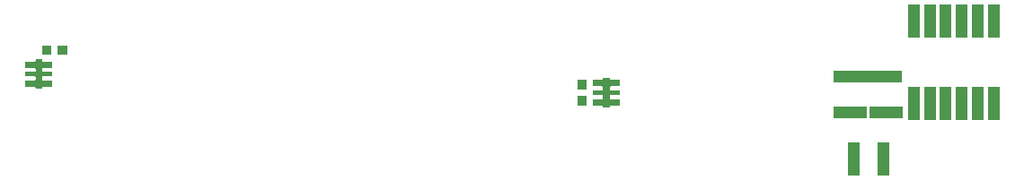
<source format=gbr>
G04 #@! TF.GenerationSoftware,KiCad,Pcbnew,(5.1.5)-3*
G04 #@! TF.CreationDate,2021-01-22T23:29:58-05:00*
G04 #@! TF.ProjectId,Body,426f6479-2e6b-4696-9361-645f70636258,rev?*
G04 #@! TF.SameCoordinates,Original*
G04 #@! TF.FileFunction,Soldermask,Top*
G04 #@! TF.FilePolarity,Negative*
%FSLAX46Y46*%
G04 Gerber Fmt 4.6, Leading zero omitted, Abs format (unit mm)*
G04 Created by KiCad (PCBNEW (5.1.5)-3) date 2021-01-22 23:29:58*
%MOMM*%
%LPD*%
G04 APERTURE LIST*
%ADD10C,0.100000*%
G04 APERTURE END LIST*
D10*
G36*
X152851000Y-103151000D02*
G01*
X151749000Y-103151000D01*
X151749000Y-100049000D01*
X152851000Y-100049000D01*
X152851000Y-103151000D01*
G37*
G36*
X150051000Y-103151000D02*
G01*
X148949000Y-103151000D01*
X148949000Y-100049000D01*
X150051000Y-100049000D01*
X150051000Y-103151000D01*
G37*
G36*
X161751000Y-97901000D02*
G01*
X160649000Y-97901000D01*
X160649000Y-94799000D01*
X161751000Y-94799000D01*
X161751000Y-97901000D01*
G37*
G36*
X163251000Y-97901000D02*
G01*
X162149000Y-97901000D01*
X162149000Y-94799000D01*
X163251000Y-94799000D01*
X163251000Y-97901000D01*
G37*
G36*
X158751000Y-97901000D02*
G01*
X157649000Y-97901000D01*
X157649000Y-94799000D01*
X158751000Y-94799000D01*
X158751000Y-97901000D01*
G37*
G36*
X160251000Y-97901000D02*
G01*
X159149000Y-97901000D01*
X159149000Y-94799000D01*
X160251000Y-94799000D01*
X160251000Y-97901000D01*
G37*
G36*
X157251000Y-97901000D02*
G01*
X156149000Y-97901000D01*
X156149000Y-94799000D01*
X157251000Y-94799000D01*
X157251000Y-97901000D01*
G37*
G36*
X155751000Y-97901000D02*
G01*
X154649000Y-97901000D01*
X154649000Y-94799000D01*
X155751000Y-94799000D01*
X155751000Y-97901000D01*
G37*
G36*
X150751000Y-97801000D02*
G01*
X147649000Y-97801000D01*
X147649000Y-96699000D01*
X150751000Y-96699000D01*
X150751000Y-97801000D01*
G37*
G36*
X154151000Y-97801000D02*
G01*
X151049000Y-97801000D01*
X151049000Y-96699000D01*
X154151000Y-96699000D01*
X154151000Y-97801000D01*
G37*
G36*
X126501000Y-94024001D02*
G01*
X126503402Y-94048387D01*
X126510515Y-94071836D01*
X126522066Y-94093447D01*
X126537611Y-94112389D01*
X126556553Y-94127934D01*
X126578164Y-94139485D01*
X126601613Y-94146598D01*
X126625999Y-94149000D01*
X127501000Y-94149000D01*
X127501000Y-94751000D01*
X126625999Y-94751000D01*
X126601613Y-94753402D01*
X126578164Y-94760515D01*
X126556553Y-94772066D01*
X126537611Y-94787611D01*
X126522066Y-94806553D01*
X126510515Y-94828164D01*
X126503402Y-94851613D01*
X126501000Y-94875999D01*
X126501000Y-95024001D01*
X126503402Y-95048387D01*
X126510515Y-95071836D01*
X126522066Y-95093447D01*
X126537611Y-95112389D01*
X126556553Y-95127934D01*
X126578164Y-95139485D01*
X126601613Y-95146598D01*
X126625999Y-95149000D01*
X127501000Y-95149000D01*
X127501000Y-95551000D01*
X126625999Y-95551000D01*
X126601613Y-95553402D01*
X126578164Y-95560515D01*
X126556553Y-95572066D01*
X126537611Y-95587611D01*
X126522066Y-95606553D01*
X126510515Y-95628164D01*
X126503402Y-95651613D01*
X126501000Y-95675999D01*
X126501000Y-95824001D01*
X126503402Y-95848387D01*
X126510515Y-95871836D01*
X126522066Y-95893447D01*
X126537611Y-95912389D01*
X126556553Y-95927934D01*
X126578164Y-95939485D01*
X126601613Y-95946598D01*
X126625999Y-95949000D01*
X127501000Y-95949000D01*
X127501000Y-96551000D01*
X126625999Y-96551000D01*
X126601613Y-96553402D01*
X126578164Y-96560515D01*
X126556553Y-96572066D01*
X126537611Y-96587611D01*
X126522066Y-96606553D01*
X126510515Y-96628164D01*
X126503402Y-96651613D01*
X126501000Y-96675999D01*
X126501000Y-96731000D01*
X125899000Y-96731000D01*
X125899000Y-96675999D01*
X125896598Y-96651613D01*
X125889485Y-96628164D01*
X125877934Y-96606553D01*
X125862389Y-96587611D01*
X125843447Y-96572066D01*
X125821836Y-96560515D01*
X125798387Y-96553402D01*
X125774001Y-96551000D01*
X124899000Y-96551000D01*
X124899000Y-95949000D01*
X125774001Y-95949000D01*
X125798387Y-95946598D01*
X125821836Y-95939485D01*
X125843447Y-95927934D01*
X125862389Y-95912389D01*
X125877934Y-95893447D01*
X125889485Y-95871836D01*
X125896598Y-95848387D01*
X125899000Y-95824001D01*
X125899000Y-95675999D01*
X125896598Y-95651613D01*
X125889485Y-95628164D01*
X125877934Y-95606553D01*
X125862389Y-95587611D01*
X125843447Y-95572066D01*
X125821836Y-95560515D01*
X125798387Y-95553402D01*
X125774001Y-95551000D01*
X124899000Y-95551000D01*
X124899000Y-95149000D01*
X125774001Y-95149000D01*
X125798387Y-95146598D01*
X125821836Y-95139485D01*
X125843447Y-95127934D01*
X125862389Y-95112389D01*
X125877934Y-95093447D01*
X125889485Y-95071836D01*
X125896598Y-95048387D01*
X125899000Y-95024001D01*
X125899000Y-94875999D01*
X125896598Y-94851613D01*
X125889485Y-94828164D01*
X125877934Y-94806553D01*
X125862389Y-94787611D01*
X125843447Y-94772066D01*
X125821836Y-94760515D01*
X125798387Y-94753402D01*
X125774001Y-94751000D01*
X124899000Y-94751000D01*
X124899000Y-94149000D01*
X125774001Y-94149000D01*
X125798387Y-94146598D01*
X125821836Y-94139485D01*
X125843447Y-94127934D01*
X125862389Y-94112389D01*
X125877934Y-94093447D01*
X125889485Y-94071836D01*
X125896598Y-94048387D01*
X125899000Y-94024001D01*
X125899000Y-93969000D01*
X126501000Y-93969000D01*
X126501000Y-94024001D01*
G37*
G36*
X124376000Y-96551000D02*
G01*
X123524000Y-96551000D01*
X123524000Y-95649000D01*
X124376000Y-95649000D01*
X124376000Y-96551000D01*
G37*
G36*
X124376000Y-95051000D02*
G01*
X123524000Y-95051000D01*
X123524000Y-94149000D01*
X124376000Y-94149000D01*
X124376000Y-95051000D01*
G37*
G36*
X73001000Y-92274001D02*
G01*
X73003402Y-92298387D01*
X73010515Y-92321836D01*
X73022066Y-92343447D01*
X73037611Y-92362389D01*
X73056553Y-92377934D01*
X73078164Y-92389485D01*
X73101613Y-92396598D01*
X73125999Y-92399000D01*
X74001000Y-92399000D01*
X74001000Y-93001000D01*
X73125999Y-93001000D01*
X73101613Y-93003402D01*
X73078164Y-93010515D01*
X73056553Y-93022066D01*
X73037611Y-93037611D01*
X73022066Y-93056553D01*
X73010515Y-93078164D01*
X73003402Y-93101613D01*
X73001000Y-93125999D01*
X73001000Y-93274001D01*
X73003402Y-93298387D01*
X73010515Y-93321836D01*
X73022066Y-93343447D01*
X73037611Y-93362389D01*
X73056553Y-93377934D01*
X73078164Y-93389485D01*
X73101613Y-93396598D01*
X73125999Y-93399000D01*
X74001000Y-93399000D01*
X74001000Y-93801000D01*
X73125999Y-93801000D01*
X73101613Y-93803402D01*
X73078164Y-93810515D01*
X73056553Y-93822066D01*
X73037611Y-93837611D01*
X73022066Y-93856553D01*
X73010515Y-93878164D01*
X73003402Y-93901613D01*
X73001000Y-93925999D01*
X73001000Y-94074001D01*
X73003402Y-94098387D01*
X73010515Y-94121836D01*
X73022066Y-94143447D01*
X73037611Y-94162389D01*
X73056553Y-94177934D01*
X73078164Y-94189485D01*
X73101613Y-94196598D01*
X73125999Y-94199000D01*
X74001000Y-94199000D01*
X74001000Y-94801000D01*
X73125999Y-94801000D01*
X73101613Y-94803402D01*
X73078164Y-94810515D01*
X73056553Y-94822066D01*
X73037611Y-94837611D01*
X73022066Y-94856553D01*
X73010515Y-94878164D01*
X73003402Y-94901613D01*
X73001000Y-94925999D01*
X73001000Y-94981000D01*
X72399000Y-94981000D01*
X72399000Y-94925999D01*
X72396598Y-94901613D01*
X72389485Y-94878164D01*
X72377934Y-94856553D01*
X72362389Y-94837611D01*
X72343447Y-94822066D01*
X72321836Y-94810515D01*
X72298387Y-94803402D01*
X72274001Y-94801000D01*
X71399000Y-94801000D01*
X71399000Y-94199000D01*
X72274001Y-94199000D01*
X72298387Y-94196598D01*
X72321836Y-94189485D01*
X72343447Y-94177934D01*
X72362389Y-94162389D01*
X72377934Y-94143447D01*
X72389485Y-94121836D01*
X72396598Y-94098387D01*
X72399000Y-94074001D01*
X72399000Y-93925999D01*
X72396598Y-93901613D01*
X72389485Y-93878164D01*
X72377934Y-93856553D01*
X72362389Y-93837611D01*
X72343447Y-93822066D01*
X72321836Y-93810515D01*
X72298387Y-93803402D01*
X72274001Y-93801000D01*
X71399000Y-93801000D01*
X71399000Y-93399000D01*
X72274001Y-93399000D01*
X72298387Y-93396598D01*
X72321836Y-93389485D01*
X72343447Y-93377934D01*
X72362389Y-93362389D01*
X72377934Y-93343447D01*
X72389485Y-93321836D01*
X72396598Y-93298387D01*
X72399000Y-93274001D01*
X72399000Y-93125999D01*
X72396598Y-93101613D01*
X72389485Y-93078164D01*
X72377934Y-93056553D01*
X72362389Y-93037611D01*
X72343447Y-93022066D01*
X72321836Y-93010515D01*
X72298387Y-93003402D01*
X72274001Y-93001000D01*
X71399000Y-93001000D01*
X71399000Y-92399000D01*
X72274001Y-92399000D01*
X72298387Y-92396598D01*
X72321836Y-92389485D01*
X72343447Y-92377934D01*
X72362389Y-92362389D01*
X72377934Y-92343447D01*
X72389485Y-92321836D01*
X72396598Y-92298387D01*
X72399000Y-92274001D01*
X72399000Y-92219000D01*
X73001000Y-92219000D01*
X73001000Y-92274001D01*
G37*
G36*
X154051000Y-94351000D02*
G01*
X147649000Y-94351000D01*
X147649000Y-93249000D01*
X154051000Y-93249000D01*
X154051000Y-94351000D01*
G37*
G36*
X73901000Y-91776000D02*
G01*
X72999000Y-91776000D01*
X72999000Y-90924000D01*
X73901000Y-90924000D01*
X73901000Y-91776000D01*
G37*
G36*
X75401000Y-91776000D02*
G01*
X74499000Y-91776000D01*
X74499000Y-90924000D01*
X75401000Y-90924000D01*
X75401000Y-91776000D01*
G37*
G36*
X157251000Y-90151000D02*
G01*
X156149000Y-90151000D01*
X156149000Y-87049000D01*
X157251000Y-87049000D01*
X157251000Y-90151000D01*
G37*
G36*
X163251000Y-90151000D02*
G01*
X162149000Y-90151000D01*
X162149000Y-87049000D01*
X163251000Y-87049000D01*
X163251000Y-90151000D01*
G37*
G36*
X161751000Y-90151000D02*
G01*
X160649000Y-90151000D01*
X160649000Y-87049000D01*
X161751000Y-87049000D01*
X161751000Y-90151000D01*
G37*
G36*
X160251000Y-90151000D02*
G01*
X159149000Y-90151000D01*
X159149000Y-87049000D01*
X160251000Y-87049000D01*
X160251000Y-90151000D01*
G37*
G36*
X158751000Y-90151000D02*
G01*
X157649000Y-90151000D01*
X157649000Y-87049000D01*
X158751000Y-87049000D01*
X158751000Y-90151000D01*
G37*
G36*
X155751000Y-90151000D02*
G01*
X154649000Y-90151000D01*
X154649000Y-87049000D01*
X155751000Y-87049000D01*
X155751000Y-90151000D01*
G37*
M02*

</source>
